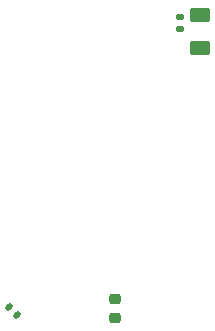
<source format=gbr>
%TF.GenerationSoftware,KiCad,Pcbnew,(6.0.4)*%
%TF.CreationDate,2023-05-23T13:29:09+09:00*%
%TF.ProjectId,BajieHeader,42616a69-6548-4656-9164-65722e6b6963,rev?*%
%TF.SameCoordinates,Original*%
%TF.FileFunction,Paste,Bot*%
%TF.FilePolarity,Positive*%
%FSLAX46Y46*%
G04 Gerber Fmt 4.6, Leading zero omitted, Abs format (unit mm)*
G04 Created by KiCad (PCBNEW (6.0.4)) date 2023-05-23 13:29:09*
%MOMM*%
%LPD*%
G01*
G04 APERTURE LIST*
G04 Aperture macros list*
%AMRoundRect*
0 Rectangle with rounded corners*
0 $1 Rounding radius*
0 $2 $3 $4 $5 $6 $7 $8 $9 X,Y pos of 4 corners*
0 Add a 4 corners polygon primitive as box body*
4,1,4,$2,$3,$4,$5,$6,$7,$8,$9,$2,$3,0*
0 Add four circle primitives for the rounded corners*
1,1,$1+$1,$2,$3*
1,1,$1+$1,$4,$5*
1,1,$1+$1,$6,$7*
1,1,$1+$1,$8,$9*
0 Add four rect primitives between the rounded corners*
20,1,$1+$1,$2,$3,$4,$5,0*
20,1,$1+$1,$4,$5,$6,$7,0*
20,1,$1+$1,$6,$7,$8,$9,0*
20,1,$1+$1,$8,$9,$2,$3,0*%
G04 Aperture macros list end*
%ADD10RoundRect,0.250000X-0.625000X0.375000X-0.625000X-0.375000X0.625000X-0.375000X0.625000X0.375000X0*%
%ADD11RoundRect,0.140000X0.219203X0.021213X0.021213X0.219203X-0.219203X-0.021213X-0.021213X-0.219203X0*%
%ADD12RoundRect,0.225000X0.250000X-0.225000X0.250000X0.225000X-0.250000X0.225000X-0.250000X-0.225000X0*%
%ADD13RoundRect,0.140000X-0.170000X0.140000X-0.170000X-0.140000X0.170000X-0.140000X0.170000X0.140000X0*%
G04 APERTURE END LIST*
D10*
%TO.C,F1*%
X99517200Y-91284600D03*
X99517200Y-94084600D03*
%TD*%
D11*
%TO.C,C1*%
X84057811Y-116671411D03*
X83378989Y-115992589D03*
%TD*%
D12*
%TO.C,C2*%
X92329000Y-116929200D03*
X92329000Y-115379200D03*
%TD*%
D13*
%TO.C,C13*%
X97840800Y-91493400D03*
X97840800Y-92453400D03*
%TD*%
M02*

</source>
